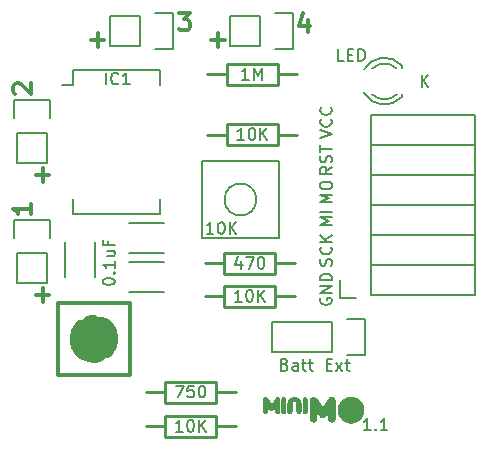
<source format=gto>
G04 #@! TF.FileFunction,Legend,Top*
%FSLAX46Y46*%
G04 Gerber Fmt 4.6, Leading zero omitted, Abs format (unit mm)*
G04 Created by KiCad (PCBNEW 4.0.1-stable) date 10/18/2017 12:48:17 AM*
%MOMM*%
G01*
G04 APERTURE LIST*
%ADD10C,0.100000*%
%ADD11C,0.150000*%
%ADD12C,0.300000*%
%ADD13C,0.254000*%
%ADD14C,0.304800*%
%ADD15C,2.540000*%
%ADD16C,0.048192*%
G04 APERTURE END LIST*
D10*
D11*
X130347619Y-136428571D02*
X130490476Y-136476190D01*
X130538095Y-136523810D01*
X130585714Y-136619048D01*
X130585714Y-136761905D01*
X130538095Y-136857143D01*
X130490476Y-136904762D01*
X130395238Y-136952381D01*
X130014285Y-136952381D01*
X130014285Y-135952381D01*
X130347619Y-135952381D01*
X130442857Y-136000000D01*
X130490476Y-136047619D01*
X130538095Y-136142857D01*
X130538095Y-136238095D01*
X130490476Y-136333333D01*
X130442857Y-136380952D01*
X130347619Y-136428571D01*
X130014285Y-136428571D01*
X131442857Y-136952381D02*
X131442857Y-136428571D01*
X131395238Y-136333333D01*
X131300000Y-136285714D01*
X131109523Y-136285714D01*
X131014285Y-136333333D01*
X131442857Y-136904762D02*
X131347619Y-136952381D01*
X131109523Y-136952381D01*
X131014285Y-136904762D01*
X130966666Y-136809524D01*
X130966666Y-136714286D01*
X131014285Y-136619048D01*
X131109523Y-136571429D01*
X131347619Y-136571429D01*
X131442857Y-136523810D01*
X131776190Y-136285714D02*
X132157142Y-136285714D01*
X131919047Y-135952381D02*
X131919047Y-136809524D01*
X131966666Y-136904762D01*
X132061904Y-136952381D01*
X132157142Y-136952381D01*
X132347619Y-136285714D02*
X132728571Y-136285714D01*
X132490476Y-135952381D02*
X132490476Y-136809524D01*
X132538095Y-136904762D01*
X132633333Y-136952381D01*
X132728571Y-136952381D01*
D12*
X107521429Y-113492571D02*
X107450000Y-113421142D01*
X107378571Y-113278285D01*
X107378571Y-112921142D01*
X107450000Y-112778285D01*
X107521429Y-112706856D01*
X107664286Y-112635428D01*
X107807143Y-112635428D01*
X108021429Y-112706856D01*
X108878571Y-113563999D01*
X108878571Y-112635428D01*
X108878571Y-122835428D02*
X108878571Y-123692571D01*
X108878571Y-123263999D02*
X107378571Y-123263999D01*
X107592857Y-123406856D01*
X107735714Y-123549714D01*
X107807143Y-123692571D01*
X121400001Y-106642571D02*
X122328572Y-106642571D01*
X121828572Y-107214000D01*
X122042858Y-107214000D01*
X122185715Y-107285429D01*
X122257144Y-107356857D01*
X122328572Y-107499714D01*
X122328572Y-107856857D01*
X122257144Y-107999714D01*
X122185715Y-108071143D01*
X122042858Y-108142571D01*
X121614286Y-108142571D01*
X121471429Y-108071143D01*
X121400001Y-107999714D01*
X132285715Y-107242571D02*
X132285715Y-108242571D01*
X131928572Y-106671143D02*
X131571429Y-107742571D01*
X132500001Y-107742571D01*
D11*
X133895238Y-136428571D02*
X134228572Y-136428571D01*
X134371429Y-136952381D02*
X133895238Y-136952381D01*
X133895238Y-135952381D01*
X134371429Y-135952381D01*
X134704762Y-136952381D02*
X135228572Y-136285714D01*
X134704762Y-136285714D02*
X135228572Y-136952381D01*
X135466667Y-136285714D02*
X135847619Y-136285714D01*
X135609524Y-135952381D02*
X135609524Y-136809524D01*
X135657143Y-136904762D01*
X135752381Y-136952381D01*
X135847619Y-136952381D01*
X134304762Y-128049714D02*
X134352381Y-127906857D01*
X134352381Y-127668761D01*
X134304762Y-127573523D01*
X134257143Y-127525904D01*
X134161905Y-127478285D01*
X134066667Y-127478285D01*
X133971429Y-127525904D01*
X133923810Y-127573523D01*
X133876190Y-127668761D01*
X133828571Y-127859238D01*
X133780952Y-127954476D01*
X133733333Y-128002095D01*
X133638095Y-128049714D01*
X133542857Y-128049714D01*
X133447619Y-128002095D01*
X133400000Y-127954476D01*
X133352381Y-127859238D01*
X133352381Y-127621142D01*
X133400000Y-127478285D01*
X134257143Y-126478285D02*
X134304762Y-126525904D01*
X134352381Y-126668761D01*
X134352381Y-126763999D01*
X134304762Y-126906857D01*
X134209524Y-127002095D01*
X134114286Y-127049714D01*
X133923810Y-127097333D01*
X133780952Y-127097333D01*
X133590476Y-127049714D01*
X133495238Y-127002095D01*
X133400000Y-126906857D01*
X133352381Y-126763999D01*
X133352381Y-126668761D01*
X133400000Y-126525904D01*
X133447619Y-126478285D01*
X134352381Y-126049714D02*
X133352381Y-126049714D01*
X134352381Y-125478285D02*
X133780952Y-125906857D01*
X133352381Y-125478285D02*
X133923810Y-126049714D01*
X134352381Y-124635428D02*
X133352381Y-124635428D01*
X134066667Y-124302094D01*
X133352381Y-123968761D01*
X134352381Y-123968761D01*
X134352381Y-123492571D02*
X133352381Y-123492571D01*
X134352381Y-122707143D02*
X133352381Y-122707143D01*
X134066667Y-122373809D01*
X133352381Y-122040476D01*
X134352381Y-122040476D01*
X133352381Y-121373810D02*
X133352381Y-121183333D01*
X133400000Y-121088095D01*
X133495238Y-120992857D01*
X133685714Y-120945238D01*
X134019048Y-120945238D01*
X134209524Y-120992857D01*
X134304762Y-121088095D01*
X134352381Y-121183333D01*
X134352381Y-121373810D01*
X134304762Y-121469048D01*
X134209524Y-121564286D01*
X134019048Y-121611905D01*
X133685714Y-121611905D01*
X133495238Y-121564286D01*
X133400000Y-121469048D01*
X133352381Y-121373810D01*
X134352381Y-119697619D02*
X133876190Y-120030953D01*
X134352381Y-120269048D02*
X133352381Y-120269048D01*
X133352381Y-119888095D01*
X133400000Y-119792857D01*
X133447619Y-119745238D01*
X133542857Y-119697619D01*
X133685714Y-119697619D01*
X133780952Y-119745238D01*
X133828571Y-119792857D01*
X133876190Y-119888095D01*
X133876190Y-120269048D01*
X134304762Y-119316667D02*
X134352381Y-119173810D01*
X134352381Y-118935714D01*
X134304762Y-118840476D01*
X134257143Y-118792857D01*
X134161905Y-118745238D01*
X134066667Y-118745238D01*
X133971429Y-118792857D01*
X133923810Y-118840476D01*
X133876190Y-118935714D01*
X133828571Y-119126191D01*
X133780952Y-119221429D01*
X133733333Y-119269048D01*
X133638095Y-119316667D01*
X133542857Y-119316667D01*
X133447619Y-119269048D01*
X133400000Y-119221429D01*
X133352381Y-119126191D01*
X133352381Y-118888095D01*
X133400000Y-118745238D01*
X133352381Y-118459524D02*
X133352381Y-117888095D01*
X134352381Y-118173810D02*
X133352381Y-118173810D01*
X133352381Y-117233333D02*
X134352381Y-116900000D01*
X133352381Y-116566666D01*
X134257143Y-115661904D02*
X134304762Y-115709523D01*
X134352381Y-115852380D01*
X134352381Y-115947618D01*
X134304762Y-116090476D01*
X134209524Y-116185714D01*
X134114286Y-116233333D01*
X133923810Y-116280952D01*
X133780952Y-116280952D01*
X133590476Y-116233333D01*
X133495238Y-116185714D01*
X133400000Y-116090476D01*
X133352381Y-115947618D01*
X133352381Y-115852380D01*
X133400000Y-115709523D01*
X133447619Y-115661904D01*
X134257143Y-114661904D02*
X134304762Y-114709523D01*
X134352381Y-114852380D01*
X134352381Y-114947618D01*
X134304762Y-115090476D01*
X134209524Y-115185714D01*
X134114286Y-115233333D01*
X133923810Y-115280952D01*
X133780952Y-115280952D01*
X133590476Y-115233333D01*
X133495238Y-115185714D01*
X133400000Y-115090476D01*
X133352381Y-114947618D01*
X133352381Y-114852380D01*
X133400000Y-114709523D01*
X133447619Y-114661904D01*
X133400000Y-130825904D02*
X133352381Y-130921142D01*
X133352381Y-131063999D01*
X133400000Y-131206857D01*
X133495238Y-131302095D01*
X133590476Y-131349714D01*
X133780952Y-131397333D01*
X133923810Y-131397333D01*
X134114286Y-131349714D01*
X134209524Y-131302095D01*
X134304762Y-131206857D01*
X134352381Y-131063999D01*
X134352381Y-130968761D01*
X134304762Y-130825904D01*
X134257143Y-130778285D01*
X133923810Y-130778285D01*
X133923810Y-130968761D01*
X134352381Y-130349714D02*
X133352381Y-130349714D01*
X134352381Y-129778285D01*
X133352381Y-129778285D01*
X134352381Y-129302095D02*
X133352381Y-129302095D01*
X133352381Y-129064000D01*
X133400000Y-128921142D01*
X133495238Y-128825904D01*
X133590476Y-128778285D01*
X133780952Y-128730666D01*
X133923810Y-128730666D01*
X134114286Y-128778285D01*
X134209524Y-128825904D01*
X134304762Y-128921142D01*
X134352381Y-129064000D01*
X134352381Y-129302095D01*
X137621429Y-142002381D02*
X137050000Y-142002381D01*
X137335714Y-142002381D02*
X137335714Y-141002381D01*
X137240476Y-141145238D01*
X137145238Y-141240476D01*
X137050000Y-141288095D01*
X138050000Y-141907143D02*
X138097619Y-141954762D01*
X138050000Y-142002381D01*
X138002381Y-141954762D01*
X138050000Y-141907143D01*
X138050000Y-142002381D01*
X139050000Y-142002381D02*
X138478571Y-142002381D01*
X138764285Y-142002381D02*
X138764285Y-141002381D01*
X138669047Y-141145238D01*
X138573809Y-141240476D01*
X138478571Y-141288095D01*
D12*
X124128572Y-108971143D02*
X125271429Y-108971143D01*
X124700000Y-109542571D02*
X124700000Y-108399714D01*
X113928572Y-108971143D02*
X115071429Y-108971143D01*
X114500000Y-109542571D02*
X114500000Y-108399714D01*
X109283572Y-120376143D02*
X110426429Y-120376143D01*
X109855000Y-120947571D02*
X109855000Y-119804714D01*
X109283572Y-130536143D02*
X110426429Y-130536143D01*
X109855000Y-131107571D02*
X109855000Y-129964714D01*
D11*
X120138000Y-126980000D02*
X117138000Y-126980000D01*
X117138000Y-124480000D02*
X120138000Y-124480000D01*
X111780000Y-129028000D02*
X111780000Y-126028000D01*
X114280000Y-126028000D02*
X114280000Y-129028000D01*
X120138000Y-130282000D02*
X117138000Y-130282000D01*
X117138000Y-127782000D02*
X120138000Y-127782000D01*
X140299000Y-111150000D02*
X140299000Y-111350000D01*
X140299000Y-113744000D02*
X140299000Y-113564000D01*
X137071256Y-113433643D02*
G75*
G03X140299000Y-113750000I1727744J1003643D01*
G01*
X137746994Y-113563068D02*
G75*
G03X139850000Y-113564000I1052006J1133068D01*
G01*
X140286220Y-111123274D02*
G75*
G03X137049000Y-111470000I-1497220J-1306726D01*
G01*
X139812889Y-111350747D02*
G75*
G03X137765000Y-111370000I-1013889J-1079253D01*
G01*
X112403000Y-111497000D02*
X112403000Y-112767000D01*
X119753000Y-111497000D02*
X119753000Y-112767000D01*
X119753000Y-123707000D02*
X119753000Y-122437000D01*
X112403000Y-123707000D02*
X112403000Y-122437000D01*
X112403000Y-111497000D02*
X119753000Y-111497000D01*
X112403000Y-123707000D02*
X119753000Y-123707000D01*
X112403000Y-112767000D02*
X111468000Y-112767000D01*
X118110000Y-109474000D02*
X115570000Y-109474000D01*
X120930000Y-109754000D02*
X119380000Y-109754000D01*
X118110000Y-109474000D02*
X118110000Y-106934000D01*
X119380000Y-106654000D02*
X120930000Y-106654000D01*
X120930000Y-106654000D02*
X120930000Y-109754000D01*
X118110000Y-106934000D02*
X115570000Y-106934000D01*
X115570000Y-106934000D02*
X115570000Y-109474000D01*
X128270000Y-109474000D02*
X125730000Y-109474000D01*
X131090000Y-109754000D02*
X129540000Y-109754000D01*
X128270000Y-109474000D02*
X128270000Y-106934000D01*
X129540000Y-106654000D02*
X131090000Y-106654000D01*
X131090000Y-106654000D02*
X131090000Y-109754000D01*
X128270000Y-106934000D02*
X125730000Y-106934000D01*
X125730000Y-106934000D02*
X125730000Y-109474000D01*
X110236000Y-127000000D02*
X110236000Y-129540000D01*
X110516000Y-124180000D02*
X110516000Y-125730000D01*
X110236000Y-127000000D02*
X107696000Y-127000000D01*
X107416000Y-125730000D02*
X107416000Y-124180000D01*
X107416000Y-124180000D02*
X110516000Y-124180000D01*
X107696000Y-127000000D02*
X107696000Y-129540000D01*
X107696000Y-129540000D02*
X110236000Y-129540000D01*
X110236000Y-116840000D02*
X110236000Y-119380000D01*
X110516000Y-114020000D02*
X110516000Y-115570000D01*
X110236000Y-116840000D02*
X107696000Y-116840000D01*
X107416000Y-115570000D02*
X107416000Y-114020000D01*
X107416000Y-114020000D02*
X110516000Y-114020000D01*
X107696000Y-116840000D02*
X107696000Y-119380000D01*
X107696000Y-119380000D02*
X110236000Y-119380000D01*
D13*
X129559000Y-130664000D02*
X131210000Y-130664000D01*
X125241000Y-130664000D02*
X123590000Y-130664000D01*
X125241000Y-129775000D02*
X125241000Y-131553000D01*
X125241000Y-131553000D02*
X129559000Y-131553000D01*
X129559000Y-131553000D02*
X129559000Y-129775000D01*
X129559000Y-129775000D02*
X125241000Y-129775000D01*
X124559000Y-138764000D02*
X126210000Y-138764000D01*
X120241000Y-138764000D02*
X118590000Y-138764000D01*
X120241000Y-137875000D02*
X120241000Y-139653000D01*
X120241000Y-139653000D02*
X124559000Y-139653000D01*
X124559000Y-139653000D02*
X124559000Y-137875000D01*
X124559000Y-137875000D02*
X120241000Y-137875000D01*
X120241000Y-141664000D02*
X118590000Y-141664000D01*
X124559000Y-141664000D02*
X126210000Y-141664000D01*
X124559000Y-142553000D02*
X124559000Y-140775000D01*
X124559000Y-140775000D02*
X120241000Y-140775000D01*
X120241000Y-140775000D02*
X120241000Y-142553000D01*
X120241000Y-142553000D02*
X124559000Y-142553000D01*
X129759000Y-111864000D02*
X131410000Y-111864000D01*
X125441000Y-111864000D02*
X123790000Y-111864000D01*
X125441000Y-110975000D02*
X125441000Y-112753000D01*
X125441000Y-112753000D02*
X129759000Y-112753000D01*
X129759000Y-112753000D02*
X129759000Y-110975000D01*
X129759000Y-110975000D02*
X125441000Y-110975000D01*
X125241000Y-127864000D02*
X123590000Y-127864000D01*
X129559000Y-127864000D02*
X131210000Y-127864000D01*
X129559000Y-128753000D02*
X129559000Y-126975000D01*
X129559000Y-126975000D02*
X125241000Y-126975000D01*
X125241000Y-126975000D02*
X125241000Y-128753000D01*
X125241000Y-128753000D02*
X129559000Y-128753000D01*
X125441000Y-116964000D02*
X123790000Y-116964000D01*
X129759000Y-116964000D02*
X131410000Y-116964000D01*
X129759000Y-117853000D02*
X129759000Y-116075000D01*
X129759000Y-116075000D02*
X125441000Y-116075000D01*
X125441000Y-116075000D02*
X125441000Y-117853000D01*
X125441000Y-117853000D02*
X129759000Y-117853000D01*
D14*
X117248000Y-131216000D02*
X117248000Y-137312000D01*
X117248000Y-137312000D02*
X111152000Y-137312000D01*
X111152000Y-137312000D02*
X111152000Y-131216000D01*
X111152000Y-131216000D02*
X117248000Y-131216000D01*
D15*
X115003219Y-134264000D02*
G75*
G03X115003219Y-134264000I-803219J0D01*
G01*
D11*
X146500000Y-115294000D02*
X137670000Y-115294000D01*
X146500000Y-117834000D02*
X146500000Y-115294000D01*
X137670000Y-117834000D02*
X137670000Y-115294000D01*
X137670000Y-120374000D02*
X137670000Y-117834000D01*
X146500000Y-120374000D02*
X146500000Y-117834000D01*
X146500000Y-117834000D02*
X137670000Y-117834000D01*
X146500000Y-120374000D02*
X137670000Y-120374000D01*
X146500000Y-122914000D02*
X146500000Y-120374000D01*
X137670000Y-122914000D02*
X137670000Y-120374000D01*
X137670000Y-125454000D02*
X137670000Y-122914000D01*
X146500000Y-125454000D02*
X146500000Y-122914000D01*
X146500000Y-122914000D02*
X137670000Y-122914000D01*
X146500000Y-125454000D02*
X137670000Y-125454000D01*
X146500000Y-127994000D02*
X146500000Y-125454000D01*
X137670000Y-127994000D02*
X146500000Y-127994000D01*
X137670000Y-127994000D02*
X137670000Y-125454000D01*
X137670000Y-130534000D02*
X137670000Y-127994000D01*
X135000000Y-129264000D02*
X135000000Y-130814000D01*
X135000000Y-130814000D02*
X136400000Y-130814000D01*
X137670000Y-130534000D02*
X146500000Y-130534000D01*
X146500000Y-130534000D02*
X146500000Y-127994000D01*
X146500000Y-127994000D02*
X137670000Y-127994000D01*
X127946291Y-122464000D02*
G75*
G03X127946291Y-122464000I-1346291J0D01*
G01*
X123350000Y-119214000D02*
X123350000Y-125714000D01*
X123350000Y-125714000D02*
X129850000Y-125714000D01*
X129850000Y-125714000D02*
X129850000Y-119214000D01*
X129850000Y-119214000D02*
X123350000Y-119214000D01*
X134330000Y-132830000D02*
X129250000Y-132830000D01*
X129250000Y-132830000D02*
X129250000Y-135370000D01*
X129250000Y-135370000D02*
X134330000Y-135370000D01*
X137150000Y-135650000D02*
X135600000Y-135650000D01*
X134330000Y-135370000D02*
X134330000Y-132830000D01*
X135600000Y-132550000D02*
X137150000Y-132550000D01*
X137150000Y-132550000D02*
X137150000Y-135650000D01*
D10*
G36*
X128737173Y-139173709D02*
X128711672Y-139175332D01*
X128685243Y-139180200D01*
X128657887Y-139188315D01*
X128632618Y-139198515D01*
X128609666Y-139212425D01*
X128589033Y-139230044D01*
X128571646Y-139246968D01*
X128555650Y-139267137D01*
X128541044Y-139290552D01*
X128530612Y-139315126D01*
X128524352Y-139341555D01*
X128522266Y-139369838D01*
X128522266Y-140429769D01*
X128524352Y-140457125D01*
X128530612Y-140483554D01*
X128541044Y-140509056D01*
X128555650Y-140532702D01*
X128571646Y-140553567D01*
X128589033Y-140571650D01*
X128609666Y-140586255D01*
X128632618Y-140599470D01*
X128657887Y-140611293D01*
X128676665Y-140617031D01*
X128695444Y-140621725D01*
X128715265Y-140624855D01*
X128737173Y-140625898D01*
X128764819Y-140624464D01*
X128791422Y-140620161D01*
X128816981Y-140612988D01*
X128841497Y-140602947D01*
X128860776Y-140591930D01*
X128878553Y-140578911D01*
X128894828Y-140563888D01*
X128909600Y-140546863D01*
X128922870Y-140527834D01*
X128943735Y-140486104D01*
X128953124Y-140460545D01*
X128956254Y-140442288D01*
X128956254Y-140108452D01*
X129087702Y-140300408D01*
X129102437Y-140317099D01*
X129119520Y-140331705D01*
X129138951Y-140344224D01*
X129160728Y-140354656D01*
X129182897Y-140360133D01*
X129205588Y-140364045D01*
X129228800Y-140366393D01*
X129252533Y-140367175D01*
X129274441Y-140366393D01*
X129296350Y-140364045D01*
X129318258Y-140360133D01*
X129340166Y-140354656D01*
X129362074Y-140346571D01*
X129381895Y-140334835D01*
X129399630Y-140319447D01*
X129415279Y-140300408D01*
X129546727Y-140108452D01*
X129546727Y-140446461D01*
X129550900Y-140465239D01*
X129561332Y-140490277D01*
X129573935Y-140514313D01*
X129588373Y-140536347D01*
X129604648Y-140556377D01*
X129622758Y-140574404D01*
X129642705Y-140590428D01*
X129664989Y-140603197D01*
X129688441Y-140613129D01*
X129713061Y-140620223D01*
X129738850Y-140624480D01*
X129765807Y-140625898D01*
X129793395Y-140624276D01*
X129820519Y-140619407D01*
X129847180Y-140611293D01*
X129872218Y-140599470D01*
X129894473Y-140586255D01*
X129913947Y-140571650D01*
X129932262Y-140553335D01*
X129948258Y-140531775D01*
X129961936Y-140506969D01*
X129970152Y-140486887D01*
X129976020Y-140466283D01*
X129979541Y-140445157D01*
X129980714Y-140423510D01*
X129980714Y-139376098D01*
X129979541Y-139354581D01*
X129976020Y-139333846D01*
X129970152Y-139313895D01*
X129961936Y-139294725D01*
X129949185Y-139270151D01*
X129933189Y-139249286D01*
X129913947Y-139232131D01*
X129899342Y-139220655D01*
X129884736Y-139211266D01*
X129869609Y-139202398D01*
X129849266Y-139192488D01*
X129827358Y-139183620D01*
X129807537Y-139177882D01*
X129788758Y-139174752D01*
X129765807Y-139173709D01*
X129742595Y-139174883D01*
X129718861Y-139178404D01*
X129694606Y-139184272D01*
X129669829Y-139192488D01*
X129647008Y-139203311D01*
X129626535Y-139217004D01*
X129608408Y-139233565D01*
X129592629Y-139252995D01*
X129252533Y-139762096D01*
X128910351Y-139252995D01*
X128895354Y-139235130D01*
X128877489Y-139219090D01*
X128856755Y-139204876D01*
X128833151Y-139192488D01*
X128809157Y-139184272D01*
X128785162Y-139178404D01*
X128761168Y-139174883D01*
X128737173Y-139173709D01*
X128737173Y-139173709D01*
G37*
G36*
X130275397Y-139175796D02*
X130248795Y-139177230D01*
X130223235Y-139181534D01*
X130198719Y-139188706D01*
X130175246Y-139198747D01*
X130153208Y-139211005D01*
X130132995Y-139226914D01*
X130114608Y-139246475D01*
X130098047Y-139269687D01*
X130079268Y-139300984D01*
X130069879Y-139323936D01*
X130066749Y-139342714D01*
X130066749Y-140461067D01*
X130068836Y-140471499D01*
X130073009Y-140484018D01*
X130084025Y-140508889D01*
X130097045Y-140531756D01*
X130112068Y-140552621D01*
X130129093Y-140571483D01*
X130148122Y-140588342D01*
X130169905Y-140601862D01*
X130193524Y-140612378D01*
X130218979Y-140619889D01*
X130246270Y-140624396D01*
X130275397Y-140625898D01*
X130297421Y-140624507D01*
X130321763Y-140620334D01*
X130348424Y-140613379D01*
X130364073Y-140608163D01*
X130381808Y-140600861D01*
X130401629Y-140589907D01*
X130419364Y-140577909D01*
X130438838Y-140560290D01*
X130455530Y-140540816D01*
X130469440Y-140519488D01*
X130481031Y-140496768D01*
X130487986Y-140473122D01*
X130490305Y-140448548D01*
X130490305Y-139355233D01*
X130487986Y-139330659D01*
X130481031Y-139307012D01*
X130469440Y-139284293D01*
X130455530Y-139262964D01*
X130438838Y-139243490D01*
X130419364Y-139225871D01*
X130397572Y-139210570D01*
X130373925Y-139198051D01*
X130348424Y-139188315D01*
X130323618Y-139181360D01*
X130299276Y-139177187D01*
X130275397Y-139175796D01*
X130275397Y-139175796D01*
G37*
G36*
X131174963Y-139173709D02*
X131149882Y-139174220D01*
X131124717Y-139175753D01*
X131099466Y-139178308D01*
X131074130Y-139181885D01*
X131048709Y-139186484D01*
X131023203Y-139192104D01*
X130997612Y-139198747D01*
X130972872Y-139205815D01*
X130948729Y-139213906D01*
X130925181Y-139223018D01*
X130902230Y-139233153D01*
X130879875Y-139244309D01*
X130858116Y-139256487D01*
X130836953Y-139269687D01*
X130817493Y-139282206D01*
X130798460Y-139295917D01*
X130779852Y-139310821D01*
X130761670Y-139326916D01*
X130743913Y-139344204D01*
X130726583Y-139362685D01*
X130709678Y-139382357D01*
X130693540Y-139403009D01*
X130678508Y-139424427D01*
X130664584Y-139446612D01*
X130651767Y-139469563D01*
X130640058Y-139493281D01*
X130629455Y-139517765D01*
X130619959Y-139543016D01*
X130588662Y-139643167D01*
X130583185Y-139668335D01*
X130579273Y-139693764D01*
X130576926Y-139719454D01*
X130576143Y-139745404D01*
X130576143Y-140429769D01*
X130578230Y-140457125D01*
X130584489Y-140483554D01*
X130594922Y-140509056D01*
X130609527Y-140532702D01*
X130625523Y-140553567D01*
X130642911Y-140571650D01*
X130663544Y-140586255D01*
X130686495Y-140599470D01*
X130711764Y-140611293D01*
X130730543Y-140617031D01*
X130749321Y-140621725D01*
X130769143Y-140624855D01*
X130791051Y-140625898D01*
X130818696Y-140624464D01*
X130845299Y-140620161D01*
X130870858Y-140612988D01*
X130895374Y-140602947D01*
X130914654Y-140591930D01*
X130932430Y-140578911D01*
X130948705Y-140563888D01*
X130963477Y-140546863D01*
X130976747Y-140527834D01*
X130997612Y-140486104D01*
X131007001Y-140460545D01*
X131010131Y-140442288D01*
X131010131Y-139739145D01*
X131011754Y-139718048D01*
X131016622Y-139699270D01*
X131024736Y-139682810D01*
X131035632Y-139667973D01*
X131048847Y-139654063D01*
X131064379Y-139641080D01*
X131089417Y-139625953D01*
X131110282Y-139618129D01*
X131128017Y-139612913D01*
X131143665Y-139609783D01*
X131160357Y-139606132D01*
X131177049Y-139603524D01*
X131202087Y-139605610D01*
X131227125Y-139611870D01*
X131252162Y-139620737D01*
X131277200Y-139634821D01*
X131294356Y-139646876D01*
X131309656Y-139660786D01*
X131323103Y-139676551D01*
X131333535Y-139692315D01*
X131339794Y-139709007D01*
X131341881Y-139726626D01*
X131341881Y-140429769D01*
X131343967Y-140455039D01*
X131350227Y-140480772D01*
X131360659Y-140506969D01*
X131374569Y-140530616D01*
X131391261Y-140551481D01*
X131410735Y-140569563D01*
X131432527Y-140585328D01*
X131456174Y-140599238D01*
X131481675Y-140611293D01*
X131500453Y-140617031D01*
X131519232Y-140621725D01*
X131539053Y-140624855D01*
X131560961Y-140625898D01*
X131585999Y-140624507D01*
X131611037Y-140620334D01*
X131636074Y-140613379D01*
X131660417Y-140603643D01*
X131683368Y-140591124D01*
X131704928Y-140575823D01*
X131724402Y-140558204D01*
X131741094Y-140538730D01*
X131755004Y-140517401D01*
X131766595Y-140493291D01*
X131773550Y-140468253D01*
X131775868Y-140442288D01*
X131775868Y-139720367D01*
X131775347Y-139695850D01*
X131773782Y-139676551D01*
X131769609Y-139655164D01*
X131761263Y-139624389D01*
X131752396Y-139594656D01*
X131746658Y-139576400D01*
X131741963Y-139560229D01*
X131732052Y-139536757D01*
X131722557Y-139511591D01*
X131711954Y-139487362D01*
X131700244Y-139464070D01*
X131687427Y-139441715D01*
X131673503Y-139420297D01*
X131658472Y-139399815D01*
X131642334Y-139380271D01*
X131625897Y-139361109D01*
X131608780Y-139342969D01*
X131590981Y-139325852D01*
X131572501Y-139309756D01*
X131553339Y-139294682D01*
X131533496Y-139280631D01*
X131512972Y-139267601D01*
X131491809Y-139254954D01*
X131470050Y-139243244D01*
X131447695Y-139232471D01*
X131424744Y-139222635D01*
X131401196Y-139213736D01*
X131377053Y-139205773D01*
X131352313Y-139198747D01*
X131327744Y-139192104D01*
X131302919Y-139186484D01*
X131277839Y-139181885D01*
X131252503Y-139178308D01*
X131226912Y-139175753D01*
X131201065Y-139174220D01*
X131174963Y-139173709D01*
X131174963Y-139173709D01*
G37*
G36*
X132068465Y-139175796D02*
X132041862Y-139177230D01*
X132016303Y-139181534D01*
X131991787Y-139188706D01*
X131968314Y-139198747D01*
X131946275Y-139211005D01*
X131926063Y-139226914D01*
X131907675Y-139246475D01*
X131891114Y-139269687D01*
X131872336Y-139300984D01*
X131862947Y-139323936D01*
X131859817Y-139342714D01*
X131859817Y-140461067D01*
X131861903Y-140471499D01*
X131866076Y-140484018D01*
X131877093Y-140508889D01*
X131890113Y-140531756D01*
X131905135Y-140552621D01*
X131922161Y-140571483D01*
X131941190Y-140588342D01*
X131962972Y-140601862D01*
X131986591Y-140612378D01*
X132012046Y-140619889D01*
X132039337Y-140624396D01*
X132068465Y-140625898D01*
X132090489Y-140624507D01*
X132114831Y-140620334D01*
X132141491Y-140613379D01*
X132157140Y-140608163D01*
X132174875Y-140600861D01*
X132194697Y-140589907D01*
X132212432Y-140577909D01*
X132231906Y-140560290D01*
X132248597Y-140540816D01*
X132262507Y-140519488D01*
X132274099Y-140496768D01*
X132281054Y-140473122D01*
X132283372Y-140448548D01*
X132283372Y-139355233D01*
X132281054Y-139330659D01*
X132274099Y-139307012D01*
X132262507Y-139284293D01*
X132248597Y-139262964D01*
X132231906Y-139243490D01*
X132212432Y-139225871D01*
X132190640Y-139210570D01*
X132166993Y-139198051D01*
X132141491Y-139188315D01*
X132116686Y-139181360D01*
X132092343Y-139177187D01*
X132068465Y-139175796D01*
X132068465Y-139175796D01*
G37*
G36*
X132786926Y-139173710D02*
X132764142Y-139174587D01*
X132740856Y-139177216D01*
X132717071Y-139181597D01*
X132692784Y-139187731D01*
X132667997Y-139195618D01*
X132644837Y-139204131D01*
X132622929Y-139214647D01*
X132602272Y-139227166D01*
X132582868Y-139241688D01*
X132564716Y-139258213D01*
X132548817Y-139272860D01*
X132533669Y-139289259D01*
X132519272Y-139307412D01*
X132505627Y-139327317D01*
X132492732Y-139348974D01*
X132482592Y-139370757D01*
X132474705Y-139393542D01*
X132469072Y-139417328D01*
X132465692Y-139442115D01*
X132464565Y-139467904D01*
X132464565Y-141057800D01*
X132465692Y-141082588D01*
X132469072Y-141106874D01*
X132474705Y-141130660D01*
X132482592Y-141153945D01*
X132492732Y-141176730D01*
X132505627Y-141198513D01*
X132519272Y-141218793D01*
X132533669Y-141237571D01*
X132548817Y-141254847D01*
X132564716Y-141270621D01*
X132582868Y-141284016D01*
X132602272Y-141296661D01*
X132622929Y-141308553D01*
X132644837Y-141319695D01*
X132667997Y-141330086D01*
X132686775Y-141335998D01*
X132705553Y-141341214D01*
X132724331Y-141345734D01*
X132743805Y-141349212D01*
X132764670Y-141351298D01*
X132786926Y-141351994D01*
X132814746Y-141351038D01*
X132841870Y-141348169D01*
X132868299Y-141343387D01*
X132894032Y-141336693D01*
X132919069Y-141328086D01*
X132943412Y-141317567D01*
X132964298Y-141306070D01*
X132984034Y-141293040D01*
X133002621Y-141278477D01*
X133020058Y-141262382D01*
X133036345Y-141244753D01*
X133051483Y-141225592D01*
X133065471Y-141204897D01*
X133096768Y-141142303D01*
X133107200Y-141115526D01*
X133113460Y-141093618D01*
X133115546Y-141076579D01*
X133115546Y-140575824D01*
X133312718Y-140863758D01*
X133327063Y-140880798D01*
X133342972Y-140896446D01*
X133360447Y-140910704D01*
X133379486Y-140923570D01*
X133400090Y-140935046D01*
X133422259Y-140945131D01*
X133448799Y-140951891D01*
X133475839Y-140957149D01*
X133503381Y-140960904D01*
X133531423Y-140963158D01*
X133559966Y-140963909D01*
X133586256Y-140963158D01*
X133612545Y-140960904D01*
X133638835Y-140957149D01*
X133665125Y-140951891D01*
X133691414Y-140945131D01*
X133713670Y-140937654D01*
X133734535Y-140927743D01*
X133754009Y-140915398D01*
X133772091Y-140900619D01*
X133788783Y-140883406D01*
X133804084Y-140863758D01*
X134001256Y-140575824D01*
X134001256Y-141082838D01*
X134007516Y-141111006D01*
X134023164Y-141148562D01*
X134034656Y-141171448D01*
X134047224Y-141193161D01*
X134060868Y-141213700D01*
X134075587Y-141233065D01*
X134091382Y-141251256D01*
X134108254Y-141268274D01*
X134126201Y-141284118D01*
X134145223Y-141298789D01*
X134165909Y-141311259D01*
X134187279Y-141322066D01*
X134209334Y-141331211D01*
X134232073Y-141338693D01*
X134255497Y-141344512D01*
X134279606Y-141348669D01*
X134304399Y-141351163D01*
X134329877Y-141351994D01*
X134354789Y-141351118D01*
X134379451Y-141348489D01*
X134403863Y-141344107D01*
X134428025Y-141337973D01*
X134451936Y-141330086D01*
X134474970Y-141319695D01*
X134496503Y-141308553D01*
X134516533Y-141296661D01*
X134535061Y-141284016D01*
X134552087Y-141270621D01*
X134568987Y-141254722D01*
X134584636Y-141237071D01*
X134599032Y-141217666D01*
X134612177Y-141196510D01*
X134624070Y-141173600D01*
X134634210Y-141149564D01*
X134642097Y-141125027D01*
X134647731Y-141099989D01*
X134651111Y-141074451D01*
X134652238Y-141048411D01*
X134652238Y-139477293D01*
X134651111Y-139451379D01*
X134647731Y-139426216D01*
X134642097Y-139401804D01*
X134634210Y-139378143D01*
X134624070Y-139355234D01*
X134613179Y-139332450D01*
X134600535Y-139311668D01*
X134586138Y-139292890D01*
X134569989Y-139276115D01*
X134552087Y-139261342D01*
X134530179Y-139244129D01*
X134508271Y-139230045D01*
X134494013Y-139221352D01*
X134476278Y-139211962D01*
X134455065Y-139201878D01*
X134432810Y-139192489D01*
X134411945Y-139185186D01*
X134392471Y-139179970D01*
X134374388Y-139176492D01*
X134353523Y-139174406D01*
X134329877Y-139173710D01*
X134306752Y-139174493D01*
X134283279Y-139176840D01*
X134259458Y-139180752D01*
X134235290Y-139186229D01*
X134210774Y-139193271D01*
X134185910Y-139201878D01*
X134162698Y-139212223D01*
X134141050Y-139224481D01*
X134120968Y-139238652D01*
X134102451Y-139254735D01*
X134085498Y-139272731D01*
X134070110Y-139292640D01*
X133559966Y-140056291D01*
X133046692Y-139292640D01*
X133032174Y-139274470D01*
X133015743Y-139257517D01*
X132997399Y-139241782D01*
X132977143Y-139227263D01*
X132954974Y-139213962D01*
X132930893Y-139201878D01*
X132906898Y-139193271D01*
X132882904Y-139186229D01*
X132858909Y-139180752D01*
X132834915Y-139176840D01*
X132810920Y-139174493D01*
X132786926Y-139173710D01*
X132786926Y-139173710D01*
G37*
D16*
G36*
X137003816Y-140262853D02*
X137003460Y-140290974D01*
X137002398Y-140318919D01*
X137000639Y-140346681D01*
X136998191Y-140374250D01*
X136995063Y-140401618D01*
X136991262Y-140428776D01*
X136986799Y-140455716D01*
X136981681Y-140482429D01*
X136975917Y-140508907D01*
X136969515Y-140535141D01*
X136962484Y-140561122D01*
X136954833Y-140586842D01*
X136946570Y-140612293D01*
X136937704Y-140637466D01*
X136928242Y-140662351D01*
X136918195Y-140686942D01*
X136906842Y-140712837D01*
X136894842Y-140738376D01*
X136882205Y-140763549D01*
X136868942Y-140788345D01*
X136855064Y-140812753D01*
X136840580Y-140836765D01*
X136825502Y-140860368D01*
X136809839Y-140883552D01*
X136793601Y-140906308D01*
X136776800Y-140928625D01*
X136759446Y-140950492D01*
X136741548Y-140971899D01*
X136723118Y-140992836D01*
X136704166Y-141013293D01*
X136684702Y-141033258D01*
X136664736Y-141052722D01*
X136644280Y-141071674D01*
X136623343Y-141090104D01*
X136601936Y-141108002D01*
X136580069Y-141125356D01*
X136557752Y-141142158D01*
X136534996Y-141158395D01*
X136511811Y-141174058D01*
X136488208Y-141189137D01*
X136464197Y-141203620D01*
X136439789Y-141217499D01*
X136414993Y-141230761D01*
X136389820Y-141243398D01*
X136364281Y-141255398D01*
X136338386Y-141266751D01*
X136313795Y-141276799D01*
X136288909Y-141286260D01*
X136263737Y-141295126D01*
X136238286Y-141303389D01*
X136212566Y-141311041D01*
X136186585Y-141318071D01*
X136160351Y-141324473D01*
X136133873Y-141330237D01*
X136107160Y-141335355D01*
X136080220Y-141339819D01*
X136053062Y-141343619D01*
X136025694Y-141346747D01*
X135998125Y-141349195D01*
X135970363Y-141350954D01*
X135942418Y-141352016D01*
X135914297Y-141352372D01*
X135886176Y-141351953D01*
X135858230Y-141350704D01*
X135830468Y-141348641D01*
X135802899Y-141345779D01*
X135775531Y-141342131D01*
X135748373Y-141337713D01*
X135721433Y-141332538D01*
X135694720Y-141326622D01*
X135668242Y-141319980D01*
X135642008Y-141312625D01*
X135616026Y-141304573D01*
X135590306Y-141295838D01*
X135564855Y-141286435D01*
X135539682Y-141276377D01*
X135514796Y-141265681D01*
X135490205Y-141254360D01*
X135465918Y-141242430D01*
X135441944Y-141229904D01*
X135418290Y-141216797D01*
X135394966Y-141203124D01*
X135371980Y-141188900D01*
X135349341Y-141174139D01*
X135327056Y-141158855D01*
X135305136Y-141143064D01*
X135283587Y-141126780D01*
X135262419Y-141110018D01*
X135241641Y-141092792D01*
X135221261Y-141075116D01*
X135201287Y-141057007D01*
X135181727Y-141038477D01*
X135162592Y-141019542D01*
X135143889Y-141000216D01*
X135125626Y-140980513D01*
X135107813Y-140960449D01*
X135090457Y-140940037D01*
X135073568Y-140919294D01*
X135057154Y-140898232D01*
X135041224Y-140876868D01*
X135025785Y-140855215D01*
X135010848Y-140833289D01*
X134996419Y-140811103D01*
X134982508Y-140788672D01*
X134969124Y-140766011D01*
X134956274Y-140743135D01*
X134943968Y-140720058D01*
X134932214Y-140696794D01*
X134921020Y-140673359D01*
X134910395Y-140649767D01*
X134899699Y-140624445D01*
X134889670Y-140598980D01*
X134880319Y-140573387D01*
X134871656Y-140547686D01*
X134863693Y-140521893D01*
X134856438Y-140496027D01*
X134849904Y-140470106D01*
X134844099Y-140444146D01*
X134839034Y-140418166D01*
X134834720Y-140392183D01*
X134831167Y-140366216D01*
X134828386Y-140340281D01*
X134826386Y-140314397D01*
X134825179Y-140288582D01*
X134824774Y-140262853D01*
X134825179Y-140237124D01*
X134826386Y-140211308D01*
X134828386Y-140185424D01*
X134831167Y-140159490D01*
X134834720Y-140133522D01*
X134839034Y-140107540D01*
X134844099Y-140081560D01*
X134849904Y-140055600D01*
X134856438Y-140029678D01*
X134863693Y-140003812D01*
X134871656Y-139978020D01*
X134880319Y-139952318D01*
X134889670Y-139926726D01*
X134899699Y-139901260D01*
X134910395Y-139875939D01*
X134921020Y-139852347D01*
X134932214Y-139828911D01*
X134943968Y-139805648D01*
X134956274Y-139782570D01*
X134969124Y-139759694D01*
X134982508Y-139737033D01*
X134996419Y-139714602D01*
X135010848Y-139692416D01*
X135025785Y-139670489D01*
X135041224Y-139648836D01*
X135057154Y-139627472D01*
X135073568Y-139606411D01*
X135090457Y-139585667D01*
X135107813Y-139565256D01*
X135125626Y-139545192D01*
X135143889Y-139525490D01*
X135162591Y-139506163D01*
X135181726Y-139487228D01*
X135201285Y-139468698D01*
X135221259Y-139450587D01*
X135241639Y-139432912D01*
X135262417Y-139415685D01*
X135283585Y-139398923D01*
X135305133Y-139382639D01*
X135327054Y-139366847D01*
X135349339Y-139351564D01*
X135371978Y-139336803D01*
X135394965Y-139322578D01*
X135418289Y-139308906D01*
X135441943Y-139295799D01*
X135465918Y-139283273D01*
X135490205Y-139271342D01*
X135514796Y-139260021D01*
X135539682Y-139249325D01*
X135564855Y-139239268D01*
X135590306Y-139229865D01*
X135616026Y-139221129D01*
X135642008Y-139213077D01*
X135668242Y-139205723D01*
X135694720Y-139199080D01*
X135721433Y-139193164D01*
X135748373Y-139187990D01*
X135775531Y-139183572D01*
X135802899Y-139179924D01*
X135830468Y-139177061D01*
X135858230Y-139174998D01*
X135886176Y-139173750D01*
X135914297Y-139173330D01*
X135942418Y-139173686D01*
X135970363Y-139174748D01*
X135998125Y-139176507D01*
X136025694Y-139178955D01*
X136053062Y-139182084D01*
X136080220Y-139185884D01*
X136107160Y-139190347D01*
X136133873Y-139195465D01*
X136160351Y-139201230D01*
X136186585Y-139207631D01*
X136212566Y-139214662D01*
X136238286Y-139222313D01*
X136263737Y-139230576D01*
X136288909Y-139239443D01*
X136313795Y-139248904D01*
X136338386Y-139258951D01*
X136364281Y-139270305D01*
X136389820Y-139282305D01*
X136414993Y-139294941D01*
X136439789Y-139308204D01*
X136464197Y-139322082D01*
X136488208Y-139336566D01*
X136511811Y-139351645D01*
X136534996Y-139367308D01*
X136557752Y-139383545D01*
X136580069Y-139400346D01*
X136601936Y-139417701D01*
X136623343Y-139435598D01*
X136644280Y-139454028D01*
X136664736Y-139472981D01*
X136684702Y-139492445D01*
X136704166Y-139512410D01*
X136723118Y-139532867D01*
X136741548Y-139553805D01*
X136759446Y-139575212D01*
X136776800Y-139597080D01*
X136793601Y-139619397D01*
X136809839Y-139642152D01*
X136825502Y-139665337D01*
X136840580Y-139688940D01*
X136855064Y-139712951D01*
X136868942Y-139737360D01*
X136882205Y-139762155D01*
X136894842Y-139787327D01*
X136906842Y-139812866D01*
X136918195Y-139838761D01*
X136928242Y-139863352D01*
X136937704Y-139888238D01*
X136946570Y-139913411D01*
X136954833Y-139938862D01*
X136962484Y-139964582D01*
X136969515Y-139990564D01*
X136975917Y-140016798D01*
X136981681Y-140043276D01*
X136986799Y-140069989D01*
X136991262Y-140096929D01*
X136995063Y-140124088D01*
X136998191Y-140151456D01*
X137000639Y-140179025D01*
X137002398Y-140206786D01*
X137003460Y-140234732D01*
X137003816Y-140262853D01*
X137003816Y-140262853D01*
G37*
X137003816Y-140262853D02*
X137003460Y-140290974D01*
X137002398Y-140318919D01*
X137000639Y-140346681D01*
X136998191Y-140374250D01*
X136995063Y-140401618D01*
X136991262Y-140428776D01*
X136986799Y-140455716D01*
X136981681Y-140482429D01*
X136975917Y-140508907D01*
X136969515Y-140535141D01*
X136962484Y-140561122D01*
X136954833Y-140586842D01*
X136946570Y-140612293D01*
X136937704Y-140637466D01*
X136928242Y-140662351D01*
X136918195Y-140686942D01*
X136906842Y-140712837D01*
X136894842Y-140738376D01*
X136882205Y-140763549D01*
X136868942Y-140788345D01*
X136855064Y-140812753D01*
X136840580Y-140836765D01*
X136825502Y-140860368D01*
X136809839Y-140883552D01*
X136793601Y-140906308D01*
X136776800Y-140928625D01*
X136759446Y-140950492D01*
X136741548Y-140971899D01*
X136723118Y-140992836D01*
X136704166Y-141013293D01*
X136684702Y-141033258D01*
X136664736Y-141052722D01*
X136644280Y-141071674D01*
X136623343Y-141090104D01*
X136601936Y-141108002D01*
X136580069Y-141125356D01*
X136557752Y-141142158D01*
X136534996Y-141158395D01*
X136511811Y-141174058D01*
X136488208Y-141189137D01*
X136464197Y-141203620D01*
X136439789Y-141217499D01*
X136414993Y-141230761D01*
X136389820Y-141243398D01*
X136364281Y-141255398D01*
X136338386Y-141266751D01*
X136313795Y-141276799D01*
X136288909Y-141286260D01*
X136263737Y-141295126D01*
X136238286Y-141303389D01*
X136212566Y-141311041D01*
X136186585Y-141318071D01*
X136160351Y-141324473D01*
X136133873Y-141330237D01*
X136107160Y-141335355D01*
X136080220Y-141339819D01*
X136053062Y-141343619D01*
X136025694Y-141346747D01*
X135998125Y-141349195D01*
X135970363Y-141350954D01*
X135942418Y-141352016D01*
X135914297Y-141352372D01*
X135886176Y-141351953D01*
X135858230Y-141350704D01*
X135830468Y-141348641D01*
X135802899Y-141345779D01*
X135775531Y-141342131D01*
X135748373Y-141337713D01*
X135721433Y-141332538D01*
X135694720Y-141326622D01*
X135668242Y-141319980D01*
X135642008Y-141312625D01*
X135616026Y-141304573D01*
X135590306Y-141295838D01*
X135564855Y-141286435D01*
X135539682Y-141276377D01*
X135514796Y-141265681D01*
X135490205Y-141254360D01*
X135465918Y-141242430D01*
X135441944Y-141229904D01*
X135418290Y-141216797D01*
X135394966Y-141203124D01*
X135371980Y-141188900D01*
X135349341Y-141174139D01*
X135327056Y-141158855D01*
X135305136Y-141143064D01*
X135283587Y-141126780D01*
X135262419Y-141110018D01*
X135241641Y-141092792D01*
X135221261Y-141075116D01*
X135201287Y-141057007D01*
X135181727Y-141038477D01*
X135162592Y-141019542D01*
X135143889Y-141000216D01*
X135125626Y-140980513D01*
X135107813Y-140960449D01*
X135090457Y-140940037D01*
X135073568Y-140919294D01*
X135057154Y-140898232D01*
X135041224Y-140876868D01*
X135025785Y-140855215D01*
X135010848Y-140833289D01*
X134996419Y-140811103D01*
X134982508Y-140788672D01*
X134969124Y-140766011D01*
X134956274Y-140743135D01*
X134943968Y-140720058D01*
X134932214Y-140696794D01*
X134921020Y-140673359D01*
X134910395Y-140649767D01*
X134899699Y-140624445D01*
X134889670Y-140598980D01*
X134880319Y-140573387D01*
X134871656Y-140547686D01*
X134863693Y-140521893D01*
X134856438Y-140496027D01*
X134849904Y-140470106D01*
X134844099Y-140444146D01*
X134839034Y-140418166D01*
X134834720Y-140392183D01*
X134831167Y-140366216D01*
X134828386Y-140340281D01*
X134826386Y-140314397D01*
X134825179Y-140288582D01*
X134824774Y-140262853D01*
X134825179Y-140237124D01*
X134826386Y-140211308D01*
X134828386Y-140185424D01*
X134831167Y-140159490D01*
X134834720Y-140133522D01*
X134839034Y-140107540D01*
X134844099Y-140081560D01*
X134849904Y-140055600D01*
X134856438Y-140029678D01*
X134863693Y-140003812D01*
X134871656Y-139978020D01*
X134880319Y-139952318D01*
X134889670Y-139926726D01*
X134899699Y-139901260D01*
X134910395Y-139875939D01*
X134921020Y-139852347D01*
X134932214Y-139828911D01*
X134943968Y-139805648D01*
X134956274Y-139782570D01*
X134969124Y-139759694D01*
X134982508Y-139737033D01*
X134996419Y-139714602D01*
X135010848Y-139692416D01*
X135025785Y-139670489D01*
X135041224Y-139648836D01*
X135057154Y-139627472D01*
X135073568Y-139606411D01*
X135090457Y-139585667D01*
X135107813Y-139565256D01*
X135125626Y-139545192D01*
X135143889Y-139525490D01*
X135162591Y-139506163D01*
X135181726Y-139487228D01*
X135201285Y-139468698D01*
X135221259Y-139450587D01*
X135241639Y-139432912D01*
X135262417Y-139415685D01*
X135283585Y-139398923D01*
X135305133Y-139382639D01*
X135327054Y-139366847D01*
X135349339Y-139351564D01*
X135371978Y-139336803D01*
X135394965Y-139322578D01*
X135418289Y-139308906D01*
X135441943Y-139295799D01*
X135465918Y-139283273D01*
X135490205Y-139271342D01*
X135514796Y-139260021D01*
X135539682Y-139249325D01*
X135564855Y-139239268D01*
X135590306Y-139229865D01*
X135616026Y-139221129D01*
X135642008Y-139213077D01*
X135668242Y-139205723D01*
X135694720Y-139199080D01*
X135721433Y-139193164D01*
X135748373Y-139187990D01*
X135775531Y-139183572D01*
X135802899Y-139179924D01*
X135830468Y-139177061D01*
X135858230Y-139174998D01*
X135886176Y-139173750D01*
X135914297Y-139173330D01*
X135942418Y-139173686D01*
X135970363Y-139174748D01*
X135998125Y-139176507D01*
X136025694Y-139178955D01*
X136053062Y-139182084D01*
X136080220Y-139185884D01*
X136107160Y-139190347D01*
X136133873Y-139195465D01*
X136160351Y-139201230D01*
X136186585Y-139207631D01*
X136212566Y-139214662D01*
X136238286Y-139222313D01*
X136263737Y-139230576D01*
X136288909Y-139239443D01*
X136313795Y-139248904D01*
X136338386Y-139258951D01*
X136364281Y-139270305D01*
X136389820Y-139282305D01*
X136414993Y-139294941D01*
X136439789Y-139308204D01*
X136464197Y-139322082D01*
X136488208Y-139336566D01*
X136511811Y-139351645D01*
X136534996Y-139367308D01*
X136557752Y-139383545D01*
X136580069Y-139400346D01*
X136601936Y-139417701D01*
X136623343Y-139435598D01*
X136644280Y-139454028D01*
X136664736Y-139472981D01*
X136684702Y-139492445D01*
X136704166Y-139512410D01*
X136723118Y-139532867D01*
X136741548Y-139553805D01*
X136759446Y-139575212D01*
X136776800Y-139597080D01*
X136793601Y-139619397D01*
X136809839Y-139642152D01*
X136825502Y-139665337D01*
X136840580Y-139688940D01*
X136855064Y-139712951D01*
X136868942Y-139737360D01*
X136882205Y-139762155D01*
X136894842Y-139787327D01*
X136906842Y-139812866D01*
X136918195Y-139838761D01*
X136928242Y-139863352D01*
X136937704Y-139888238D01*
X136946570Y-139913411D01*
X136954833Y-139938862D01*
X136962484Y-139964582D01*
X136969515Y-139990564D01*
X136975917Y-140016798D01*
X136981681Y-140043276D01*
X136986799Y-140069989D01*
X136991262Y-140096929D01*
X136995063Y-140124088D01*
X136998191Y-140151456D01*
X137000639Y-140179025D01*
X137002398Y-140206786D01*
X137003460Y-140234732D01*
X137003816Y-140262853D01*
D11*
X114952381Y-129442857D02*
X114952381Y-129347618D01*
X115000000Y-129252380D01*
X115047619Y-129204761D01*
X115142857Y-129157142D01*
X115333333Y-129109523D01*
X115571429Y-129109523D01*
X115761905Y-129157142D01*
X115857143Y-129204761D01*
X115904762Y-129252380D01*
X115952381Y-129347618D01*
X115952381Y-129442857D01*
X115904762Y-129538095D01*
X115857143Y-129585714D01*
X115761905Y-129633333D01*
X115571429Y-129680952D01*
X115333333Y-129680952D01*
X115142857Y-129633333D01*
X115047619Y-129585714D01*
X115000000Y-129538095D01*
X114952381Y-129442857D01*
X115857143Y-128680952D02*
X115904762Y-128633333D01*
X115952381Y-128680952D01*
X115904762Y-128728571D01*
X115857143Y-128680952D01*
X115952381Y-128680952D01*
X115952381Y-127680952D02*
X115952381Y-128252381D01*
X115952381Y-127966667D02*
X114952381Y-127966667D01*
X115095238Y-128061905D01*
X115190476Y-128157143D01*
X115238095Y-128252381D01*
X115285714Y-126823809D02*
X115952381Y-126823809D01*
X115285714Y-127252381D02*
X115809524Y-127252381D01*
X115904762Y-127204762D01*
X115952381Y-127109524D01*
X115952381Y-126966666D01*
X115904762Y-126871428D01*
X115857143Y-126823809D01*
X115428571Y-126014285D02*
X115428571Y-126347619D01*
X115952381Y-126347619D02*
X114952381Y-126347619D01*
X114952381Y-125871428D01*
X135357143Y-110716381D02*
X134880952Y-110716381D01*
X134880952Y-109716381D01*
X135690476Y-110192571D02*
X136023810Y-110192571D01*
X136166667Y-110716381D02*
X135690476Y-110716381D01*
X135690476Y-109716381D01*
X136166667Y-109716381D01*
X136595238Y-110716381D02*
X136595238Y-109716381D01*
X136833333Y-109716381D01*
X136976191Y-109764000D01*
X137071429Y-109859238D01*
X137119048Y-109954476D01*
X137166667Y-110144952D01*
X137166667Y-110287810D01*
X137119048Y-110478286D01*
X137071429Y-110573524D01*
X136976191Y-110668762D01*
X136833333Y-110716381D01*
X136595238Y-110716381D01*
X141938095Y-112916381D02*
X141938095Y-111916381D01*
X142509524Y-112916381D02*
X142080952Y-112344952D01*
X142509524Y-111916381D02*
X141938095Y-112487810D01*
X115228810Y-112720381D02*
X115228810Y-111720381D01*
X116276429Y-112625143D02*
X116228810Y-112672762D01*
X116085953Y-112720381D01*
X115990715Y-112720381D01*
X115847857Y-112672762D01*
X115752619Y-112577524D01*
X115705000Y-112482286D01*
X115657381Y-112291810D01*
X115657381Y-112148952D01*
X115705000Y-111958476D01*
X115752619Y-111863238D01*
X115847857Y-111768000D01*
X115990715Y-111720381D01*
X116085953Y-111720381D01*
X116228810Y-111768000D01*
X116276429Y-111815619D01*
X117228810Y-112720381D02*
X116657381Y-112720381D01*
X116943095Y-112720381D02*
X116943095Y-111720381D01*
X116847857Y-111863238D01*
X116752619Y-111958476D01*
X116657381Y-112006095D01*
X126709524Y-131116381D02*
X126138095Y-131116381D01*
X126423809Y-131116381D02*
X126423809Y-130116381D01*
X126328571Y-130259238D01*
X126233333Y-130354476D01*
X126138095Y-130402095D01*
X127328571Y-130116381D02*
X127423810Y-130116381D01*
X127519048Y-130164000D01*
X127566667Y-130211619D01*
X127614286Y-130306857D01*
X127661905Y-130497333D01*
X127661905Y-130735429D01*
X127614286Y-130925905D01*
X127566667Y-131021143D01*
X127519048Y-131068762D01*
X127423810Y-131116381D01*
X127328571Y-131116381D01*
X127233333Y-131068762D01*
X127185714Y-131021143D01*
X127138095Y-130925905D01*
X127090476Y-130735429D01*
X127090476Y-130497333D01*
X127138095Y-130306857D01*
X127185714Y-130211619D01*
X127233333Y-130164000D01*
X127328571Y-130116381D01*
X128090476Y-131116381D02*
X128090476Y-130116381D01*
X128661905Y-131116381D02*
X128233333Y-130544952D01*
X128661905Y-130116381D02*
X128090476Y-130687810D01*
X121114286Y-138216381D02*
X121780953Y-138216381D01*
X121352381Y-139216381D01*
X122638096Y-138216381D02*
X122161905Y-138216381D01*
X122114286Y-138692571D01*
X122161905Y-138644952D01*
X122257143Y-138597333D01*
X122495239Y-138597333D01*
X122590477Y-138644952D01*
X122638096Y-138692571D01*
X122685715Y-138787810D01*
X122685715Y-139025905D01*
X122638096Y-139121143D01*
X122590477Y-139168762D01*
X122495239Y-139216381D01*
X122257143Y-139216381D01*
X122161905Y-139168762D01*
X122114286Y-139121143D01*
X123304762Y-138216381D02*
X123400001Y-138216381D01*
X123495239Y-138264000D01*
X123542858Y-138311619D01*
X123590477Y-138406857D01*
X123638096Y-138597333D01*
X123638096Y-138835429D01*
X123590477Y-139025905D01*
X123542858Y-139121143D01*
X123495239Y-139168762D01*
X123400001Y-139216381D01*
X123304762Y-139216381D01*
X123209524Y-139168762D01*
X123161905Y-139121143D01*
X123114286Y-139025905D01*
X123066667Y-138835429D01*
X123066667Y-138597333D01*
X123114286Y-138406857D01*
X123161905Y-138311619D01*
X123209524Y-138264000D01*
X123304762Y-138216381D01*
X121709524Y-142116381D02*
X121138095Y-142116381D01*
X121423809Y-142116381D02*
X121423809Y-141116381D01*
X121328571Y-141259238D01*
X121233333Y-141354476D01*
X121138095Y-141402095D01*
X122328571Y-141116381D02*
X122423810Y-141116381D01*
X122519048Y-141164000D01*
X122566667Y-141211619D01*
X122614286Y-141306857D01*
X122661905Y-141497333D01*
X122661905Y-141735429D01*
X122614286Y-141925905D01*
X122566667Y-142021143D01*
X122519048Y-142068762D01*
X122423810Y-142116381D01*
X122328571Y-142116381D01*
X122233333Y-142068762D01*
X122185714Y-142021143D01*
X122138095Y-141925905D01*
X122090476Y-141735429D01*
X122090476Y-141497333D01*
X122138095Y-141306857D01*
X122185714Y-141211619D01*
X122233333Y-141164000D01*
X122328571Y-141116381D01*
X123090476Y-142116381D02*
X123090476Y-141116381D01*
X123661905Y-142116381D02*
X123233333Y-141544952D01*
X123661905Y-141116381D02*
X123090476Y-141687810D01*
X127314286Y-112316381D02*
X126742857Y-112316381D01*
X127028571Y-112316381D02*
X127028571Y-111316381D01*
X126933333Y-111459238D01*
X126838095Y-111554476D01*
X126742857Y-111602095D01*
X127742857Y-112316381D02*
X127742857Y-111316381D01*
X128076191Y-112030667D01*
X128409524Y-111316381D01*
X128409524Y-112316381D01*
X126638096Y-127649714D02*
X126638096Y-128316381D01*
X126400000Y-127268762D02*
X126161905Y-127983048D01*
X126780953Y-127983048D01*
X127066667Y-127316381D02*
X127733334Y-127316381D01*
X127304762Y-128316381D01*
X128304762Y-127316381D02*
X128400001Y-127316381D01*
X128495239Y-127364000D01*
X128542858Y-127411619D01*
X128590477Y-127506857D01*
X128638096Y-127697333D01*
X128638096Y-127935429D01*
X128590477Y-128125905D01*
X128542858Y-128221143D01*
X128495239Y-128268762D01*
X128400001Y-128316381D01*
X128304762Y-128316381D01*
X128209524Y-128268762D01*
X128161905Y-128221143D01*
X128114286Y-128125905D01*
X128066667Y-127935429D01*
X128066667Y-127697333D01*
X128114286Y-127506857D01*
X128161905Y-127411619D01*
X128209524Y-127364000D01*
X128304762Y-127316381D01*
X126909524Y-117416381D02*
X126338095Y-117416381D01*
X126623809Y-117416381D02*
X126623809Y-116416381D01*
X126528571Y-116559238D01*
X126433333Y-116654476D01*
X126338095Y-116702095D01*
X127528571Y-116416381D02*
X127623810Y-116416381D01*
X127719048Y-116464000D01*
X127766667Y-116511619D01*
X127814286Y-116606857D01*
X127861905Y-116797333D01*
X127861905Y-117035429D01*
X127814286Y-117225905D01*
X127766667Y-117321143D01*
X127719048Y-117368762D01*
X127623810Y-117416381D01*
X127528571Y-117416381D01*
X127433333Y-117368762D01*
X127385714Y-117321143D01*
X127338095Y-117225905D01*
X127290476Y-117035429D01*
X127290476Y-116797333D01*
X127338095Y-116606857D01*
X127385714Y-116511619D01*
X127433333Y-116464000D01*
X127528571Y-116416381D01*
X128290476Y-117416381D02*
X128290476Y-116416381D01*
X128861905Y-117416381D02*
X128433333Y-116844952D01*
X128861905Y-116416381D02*
X128290476Y-116987810D01*
X124309524Y-125366381D02*
X123738095Y-125366381D01*
X124023809Y-125366381D02*
X124023809Y-124366381D01*
X123928571Y-124509238D01*
X123833333Y-124604476D01*
X123738095Y-124652095D01*
X124928571Y-124366381D02*
X125023810Y-124366381D01*
X125119048Y-124414000D01*
X125166667Y-124461619D01*
X125214286Y-124556857D01*
X125261905Y-124747333D01*
X125261905Y-124985429D01*
X125214286Y-125175905D01*
X125166667Y-125271143D01*
X125119048Y-125318762D01*
X125023810Y-125366381D01*
X124928571Y-125366381D01*
X124833333Y-125318762D01*
X124785714Y-125271143D01*
X124738095Y-125175905D01*
X124690476Y-124985429D01*
X124690476Y-124747333D01*
X124738095Y-124556857D01*
X124785714Y-124461619D01*
X124833333Y-124414000D01*
X124928571Y-124366381D01*
X125690476Y-125366381D02*
X125690476Y-124366381D01*
X126261905Y-125366381D02*
X125833333Y-124794952D01*
X126261905Y-124366381D02*
X125690476Y-124937810D01*
M02*

</source>
